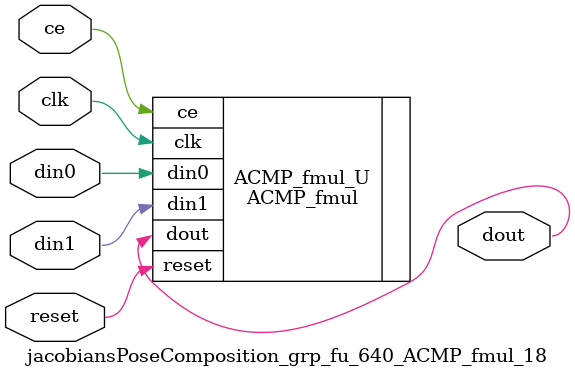
<source format=v>

`timescale 1 ns / 1 ps
module jacobiansPoseComposition_grp_fu_640_ACMP_fmul_18(
    clk,
    reset,
    ce,
    din0,
    din1,
    dout);

parameter ID = 32'd1;
parameter NUM_STAGE = 32'd1;
parameter din0_WIDTH = 32'd1;
parameter din1_WIDTH = 32'd1;
parameter dout_WIDTH = 32'd1;
input clk;
input reset;
input ce;
input[din0_WIDTH - 1:0] din0;
input[din1_WIDTH - 1:0] din1;
output[dout_WIDTH - 1:0] dout;



ACMP_fmul #(
.ID( ID ),
.NUM_STAGE( 4 ),
.din0_WIDTH( din0_WIDTH ),
.din1_WIDTH( din1_WIDTH ),
.dout_WIDTH( dout_WIDTH ))
ACMP_fmul_U(
    .clk( clk ),
    .reset( reset ),
    .ce( ce ),
    .din0( din0 ),
    .din1( din1 ),
    .dout( dout ));

endmodule

</source>
